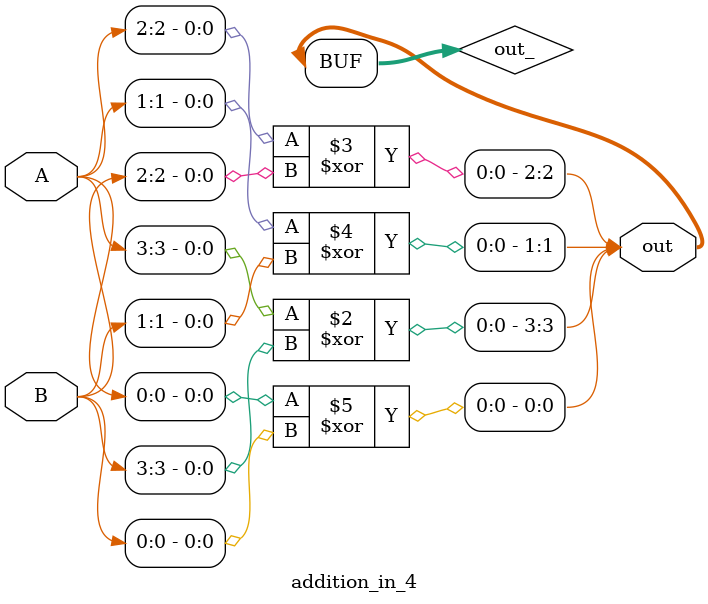
<source format=v>
`timescale 1ns / 1ps

module addition_in_4(A,B,out);
  input [3:0] A,B;
  output [3:0] out;
  reg [3:0] out_;
  
  always @(*)
    begin
      out_[3] = A[3] ^ B[3];
      out_[2] = A[2] ^ B[2];
      out_[1] = A[1] ^ B[1];
      out_[0] = A[0] ^ B[0];
    end
   
  assign out = out_;
  
endmodule 
</source>
